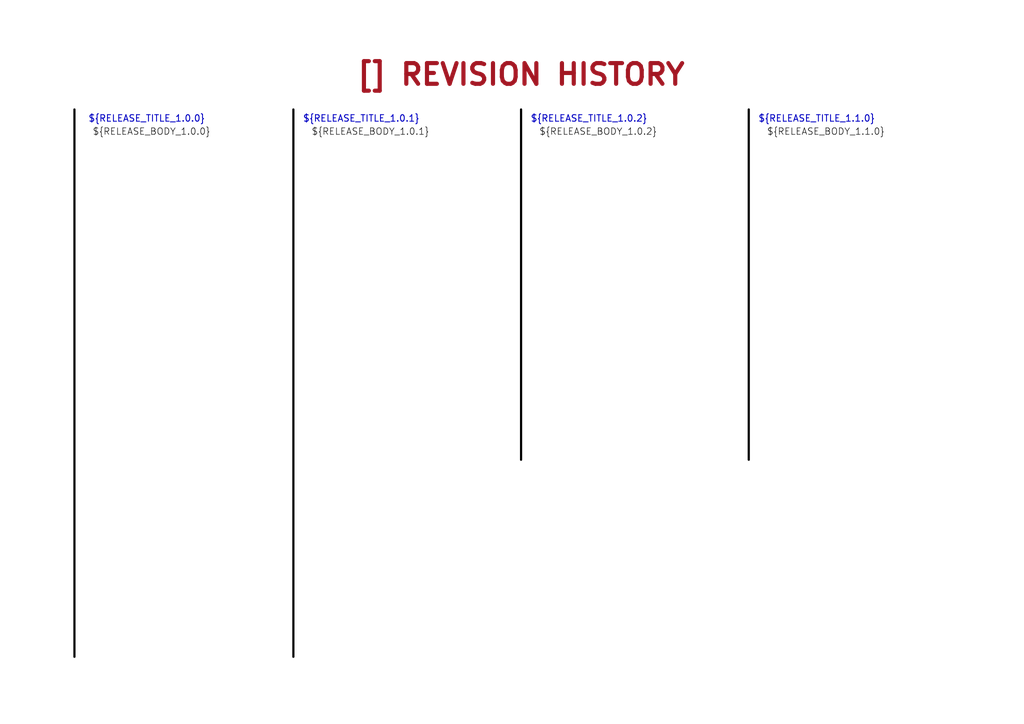
<source format=kicad_sch>
(kicad_sch
	(version 20250114)
	(generator "eeschema")
	(generator_version "9.0")
	(uuid "ea8c4f5e-7a49-4faf-a994-dbc85ed86b0a")
	(paper "A4")
	(title_block
		(title "REVISION HISTORY")
		(date "2025-01-12")
		(rev "${REVISION}")
		(company "${COMPANY}")
	)
	(lib_symbols)
	(text_box "${RELEASE_BODY_1.1.0}"
		(exclude_from_sim no)
		(at 220.98 35.56 0)
		(size 58.42 97.79)
		(margins 1.4287 1.4287 1.4287 1.4287)
		(stroke
			(width -0.0001)
			(type default)
		)
		(fill
			(type none)
		)
		(effects
			(font
				(size 1.905 1.905)
				(color 0 0 0 1)
			)
			(justify left top)
		)
		(uuid "0c062e2b-2be1-4307-b752-045c211787f4")
	)
	(text_box "[${#}] ${TITLE}"
		(exclude_from_sim no)
		(at 82.55 15.24 0)
		(size 137.16 12.7)
		(margins 4.4999 4.4999 4.4999 4.4999)
		(stroke
			(width -0.0001)
			(type default)
		)
		(fill
			(type none)
		)
		(effects
			(font
				(size 6 6)
				(thickness 1.2)
				(bold yes)
				(color 162 22 34 1)
			)
		)
		(uuid "20a0a094-ac98-46df-bdac-21d5721f7697")
	)
	(text_box "${RELEASE_BODY_1.0.0}"
		(exclude_from_sim no)
		(at 25.4 35.56 0)
		(size 55.88 146.05)
		(margins 1.4287 1.4287 1.4287 1.4287)
		(stroke
			(width -0.0001)
			(type default)
		)
		(fill
			(type none)
		)
		(effects
			(font
				(size 1.905 1.905)
				(color 0 0 0 1)
			)
			(justify left top)
		)
		(uuid "212b625e-4169-46f2-a2fc-afc6cbef07cd")
	)
	(text_box "${RELEASE_TITLE_1.0.2}"
		(exclude_from_sim no)
		(at 152.4 31.75 0)
		(size 57.15 7.62)
		(margins 1.4287 1.4287 1.4287 1.4287)
		(stroke
			(width -0.0001)
			(type default)
		)
		(fill
			(type none)
		)
		(effects
			(font
				(size 1.905 1.905)
				(thickness 0.254)
				(bold yes)
			)
			(justify left top)
		)
		(uuid "61447e65-3862-4ca7-a61e-5d8506cb38bb")
	)
	(text_box "${RELEASE_BODY_1.0.2}"
		(exclude_from_sim no)
		(at 154.94 35.56 0)
		(size 58.42 97.79)
		(margins 1.4287 1.4287 1.4287 1.4287)
		(stroke
			(width -0.0001)
			(type default)
		)
		(fill
			(type none)
		)
		(effects
			(font
				(size 1.905 1.905)
				(color 0 0 0 1)
			)
			(justify left top)
		)
		(uuid "8ad0acb7-8a2e-40a2-87c7-888a93359ccd")
	)
	(text_box "${RELEASE_BODY_1.0.1}"
		(exclude_from_sim no)
		(at 88.9 35.56 0)
		(size 57.15 97.79)
		(margins 1.4287 1.4287 1.4287 1.4287)
		(stroke
			(width -0.0001)
			(type default)
		)
		(fill
			(type none)
		)
		(effects
			(font
				(size 1.905 1.905)
				(color 0 0 0 1)
			)
			(justify left top)
		)
		(uuid "9af8400a-3034-4071-a364-608020db49d5")
	)
	(text_box "${RELEASE_TITLE_1.0.0}"
		(exclude_from_sim no)
		(at 24.13 31.75 0)
		(size 53.34 7.62)
		(margins 1.4287 1.4287 1.4287 1.4287)
		(stroke
			(width -0.0001)
			(type default)
		)
		(fill
			(type none)
		)
		(effects
			(font
				(size 1.905 1.905)
				(thickness 0.254)
				(bold yes)
			)
			(justify left top)
		)
		(uuid "d183a6b7-e8a2-46ec-8c3c-ec3041423bc1")
	)
	(text_box "${RELEASE_TITLE_1.0.1}"
		(exclude_from_sim no)
		(at 86.36 31.75 0)
		(size 57.15 7.62)
		(margins 1.4287 1.4287 1.4287 1.4287)
		(stroke
			(width -0.0001)
			(type default)
		)
		(fill
			(type none)
		)
		(effects
			(font
				(size 1.905 1.905)
				(thickness 0.254)
				(bold yes)
			)
			(justify left top)
		)
		(uuid "ed7f1ff6-56f6-4427-ab7f-2ffe27717c3d")
	)
	(text_box "${RELEASE_TITLE_1.1.0}"
		(exclude_from_sim no)
		(at 218.44 31.75 0)
		(size 57.15 7.62)
		(margins 1.4287 1.4287 1.4287 1.4287)
		(stroke
			(width -0.0001)
			(type default)
		)
		(fill
			(type none)
		)
		(effects
			(font
				(size 1.905 1.905)
				(thickness 0.254)
				(bold yes)
			)
			(justify left top)
		)
		(uuid "f47af890-f55a-44bf-b54f-b7df3adde008")
	)
	(polyline
		(pts
			(xy 85.09 31.75) (xy 85.09 190.5)
		)
		(stroke
			(width 0.635)
			(type default)
			(color 0 0 0 1)
		)
		(uuid "5f29c90a-4bd5-401c-a0f6-a99df09914f4")
	)
	(polyline
		(pts
			(xy 151.13 31.75) (xy 151.13 133.35)
		)
		(stroke
			(width 0.635)
			(type default)
			(color 0 0 0 1)
		)
		(uuid "a6b610d4-f09b-4d6e-ac67-0bb3d0e09fbe")
	)
	(polyline
		(pts
			(xy 21.59 31.75) (xy 21.59 190.5)
		)
		(stroke
			(width 0.635)
			(type default)
			(color 0 0 0 1)
		)
		(uuid "d98bd22a-837a-4b14-b8b1-ecc667696c58")
	)
	(polyline
		(pts
			(xy 217.17 31.75) (xy 217.17 133.35)
		)
		(stroke
			(width 0.635)
			(type default)
			(color 0 0 0 1)
		)
		(uuid "fe21cbb6-f53c-41a1-bc1c-520e82f71f78")
	)
)

</source>
